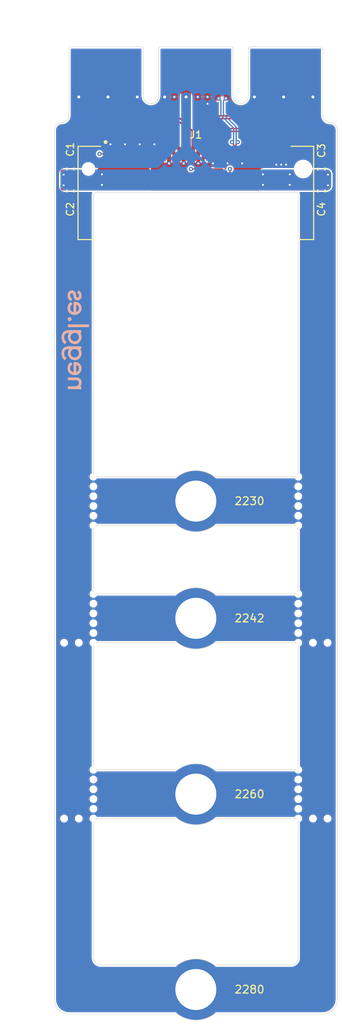
<source format=kicad_pcb>
(kicad_pcb (version 20171130) (host pcbnew "(5.1.10)-1")
  (title_block (rev 1))
  (layers (0 Front signal) (1 In1.Cu signal) (2 In2.Cu signal) (31 Back signal) (34 B.Paste user) (35 F.Paste user) (36 B.SilkS user) (37 F.SilkS user) (38 B.Mask user) (39 F.Mask user) (44 Edge.Cuts user))
  (net 0 "")
  (net 1 GND)
  (net 2 +3V3)
  (net 3 /PET0_P)
  (net 4 /PER1_N)
  (net 5 /PER1_P)
  (net 6 /PET1_N)
  (net 7 /PET1_P)
  (net 8 /~PERST)
  (net 9 /~CLK_REQ)
  (net 10 /~INS)
  (net 11 /REFCLK-)
  (net 12 /REFCLK+)
  (net 13 /PER0_N)
  (net 14 /PER0_P)
  (net 15 /PET0_N)
  (module 10-My-Footprints:neggle-logo-0.12 (layer Back) (at 134.8 80 90)
    (fp_text reference SYM1 hide)
    (fp_text value logo hide)
  )
  (module 10-My-Footprints:mousebite (layer Front) (at 163.5 129 270)
    (fp_text reference REF** hide)
    (fp_text value mousebite hide)
    (pad "" np_thru_hole circle (at 0 0 270) (size 0.5 0.5) (drill 0.5) (layers *.Cu *.Mask) (clearance 0.001))
  )
  (module 10-My-Footprints:mousebite (layer Front) (at 162 129 270)
    (fp_text reference REF** hide)
    (fp_text value mousebite hide)
    (pad "" np_thru_hole circle (at 0 0 270) (size 0.5 0.5) (drill 0.5) (layers *.Cu *.Mask) (clearance 0.001))
  )
  (module 10-My-Footprints:mousebite (layer Front) (at 136.5 129 270)
    (fp_text reference REF** hide)
    (fp_text value mousebite hide)
    (pad "" np_thru_hole circle (at 0 0 270) (size 0.5 0.5) (drill 0.5) (layers *.Cu *.Mask) (clearance 0.001))
  )
  (module 10-My-Footprints:mousebite (layer Front) (at 138 129 270)
    (fp_text reference REF** hide)
    (fp_text value mousebite hide)
    (pad "" np_thru_hole circle (at 0 0 270) (size 0.5 0.5) (drill 0.5) (layers *.Cu *.Mask) (clearance 0.001))
  )
  (module 10-My-Footprints:mousebite (layer Front) (at 136.5 111 270)
    (fp_text reference REF** hide)
    (fp_text value mousebite hide)
    (pad "" np_thru_hole circle (at 0 0 270) (size 0.5 0.5) (drill 0.5) (layers *.Cu *.Mask) (clearance 0.001))
  )
  (module 10-My-Footprints:mousebite (layer Front) (at 138 111 270)
    (fp_text reference REF** hide)
    (fp_text value mousebite hide)
    (pad "" np_thru_hole circle (at 0 0 270) (size 0.5 0.5) (drill 0.5) (layers *.Cu *.Mask) (clearance 0.001))
  )
  (module 10-My-Footprints:mousebite (layer Front) (at 163.5 111 90)
    (fp_text reference REF** hide)
    (fp_text value mousebite hide)
    (pad "" np_thru_hole circle (at 0 0 90) (size 0.5 0.5) (drill 0.5) (layers *.Cu *.Mask) (clearance 0.001))
  )
  (module 10-My-Footprints:mousebite (layer Front) (at 160.5 111 90)
    (fp_text reference REF** hide)
    (fp_text value mousebite hide)
    (pad "" np_thru_hole circle (at 0 0 90) (size 0.5 0.5) (drill 0.5) (layers *.Cu *.Mask) (clearance 0.001))
  )
  (module 10-My-Footprints:mousebite (layer Front) (at 162 111 90)
    (fp_text reference REF** hide)
    (fp_text value mousebite hide)
    (pad "" np_thru_hole circle (at 0 0 90) (size 0.5 0.5) (drill 0.5) (layers *.Cu *.Mask) (clearance 0.001))
  )
  (module 10-My-Footprints:mousebite (layer Front) (at 139.5 107)
    (fp_text reference REF** hide)
    (fp_text value mousebite hide)
    (pad "" np_thru_hole circle (at 0 0) (size 0.5 0.5) (drill 0.5) (layers *.Cu *.Mask) (clearance 0.001))
  )
  (module 10-My-Footprints:mousebite (layer Front) (at 160.5 109)
    (fp_text reference REF** hide)
    (fp_text value mousebite hide)
    (pad "" np_thru_hole circle (at 0 0) (size 0.5 0.5) (drill 0.5) (layers *.Cu *.Mask) (clearance 0.001))
  )
  (module 10-My-Footprints:mousebite (layer Front) (at 139.5 111)
    (fp_text reference REF** hide)
    (fp_text value mousebite hide)
    (pad "" np_thru_hole circle (at 0 0) (size 0.5 0.5) (drill 0.5) (layers *.Cu *.Mask) (clearance 0.001))
  )
  (module 10-My-Footprints:mousebite (layer Front) (at 139.5 110)
    (fp_text reference REF** hide)
    (fp_text value mousebite hide)
    (pad "" np_thru_hole circle (at 0 0) (size 0.5 0.5) (drill 0.5) (layers *.Cu *.Mask) (clearance 0.001))
  )
  (module 10-My-Footprints:mousebite (layer Front) (at 139.5 108)
    (fp_text reference REF** hide)
    (fp_text value mousebite hide)
    (pad "" np_thru_hole circle (at 0 0) (size 0.5 0.5) (drill 0.5) (layers *.Cu *.Mask) (clearance 0.001))
  )
  (module 10-My-Footprints:mousebite (layer Front) (at 139.5 109)
    (fp_text reference REF** hide)
    (fp_text value mousebite hide)
    (pad "" np_thru_hole circle (at 0 0) (size 0.5 0.5) (drill 0.5) (layers *.Cu *.Mask) (clearance 0.001))
  )
  (module 10-My-Footprints:mousebite (layer Front) (at 160.5 107)
    (fp_text reference REF** hide)
    (fp_text value mousebite hide)
    (pad "" np_thru_hole circle (at 0 0) (size 0.5 0.5) (drill 0.5) (layers *.Cu *.Mask) (clearance 0.001))
  )
  (module 10-My-Footprints:mousebite (layer Front) (at 160.5 110)
    (fp_text reference REF** hide)
    (fp_text value mousebite hide)
    (pad "" np_thru_hole circle (at 0 0) (size 0.5 0.5) (drill 0.5) (layers *.Cu *.Mask) (clearance 0.001))
  )
  (module 10-My-Footprints:mousebite (layer Front) (at 139.5 106)
    (fp_text reference REF** hide)
    (fp_text value mousebite hide)
    (pad "" np_thru_hole circle (at 0 0) (size 0.5 0.5) (drill 0.5) (layers *.Cu *.Mask) (clearance 0.001))
  )
  (module 10-My-Footprints:mousebite (layer Front) (at 160.5 108)
    (fp_text reference REF** hide)
    (fp_text value mousebite hide)
    (pad "" np_thru_hole circle (at 0 0) (size 0.5 0.5) (drill 0.5) (layers *.Cu *.Mask) (clearance 0.001))
  )
  (module 10-My-Footprints:mousebite (layer Front) (at 160.5 106)
    (fp_text reference REF** hide)
    (fp_text value mousebite hide)
    (pad "" np_thru_hole circle (at 0 0) (size 0.5 0.5) (drill 0.5) (layers *.Cu *.Mask) (clearance 0.001))
  )
  (module 11-My-Edits:MountingHole_NGFF_4.2mm_Pad_TopBottom (layer Back) (at 150 146.5)
    (fp_text reference MP1 hide)
    (fp_text value 2280 (at 5.5 0 unlocked) (layer F.SilkS) (effects (font (size 0.8 0.8) (thickness 0.127))))
    (pad 1 thru_hole circle (at 0 0) (size 6.2 6.2) (drill 4.2) (layers *.Cu *.Mask) (net 1 GND))
  )
  (module 10-My-Footprints:mousebite (layer Front) (at 139.5 125)
    (fp_text reference REF** hide)
    (fp_text value mousebite hide)
    (pad "" np_thru_hole circle (at 0 0) (size 0.5 0.5) (drill 0.5) (layers *.Cu *.Mask) (clearance 0.001))
  )
  (module 10-My-Footprints:mousebite (layer Front) (at 160.5 127)
    (fp_text reference REF** hide)
    (fp_text value mousebite hide)
    (pad "" np_thru_hole circle (at 0 0) (size 0.5 0.5) (drill 0.5) (layers *.Cu *.Mask) (clearance 0.001))
  )
  (module 10-My-Footprints:mousebite (layer Front) (at 139.5 129)
    (fp_text reference REF** hide)
    (fp_text value mousebite hide)
    (pad "" np_thru_hole circle (at 0 0) (size 0.5 0.5) (drill 0.5) (layers *.Cu *.Mask) (clearance 0.001))
  )
  (module 10-My-Footprints:mousebite (layer Front) (at 139.5 128)
    (fp_text reference REF** hide)
    (fp_text value mousebite hide)
    (pad "" np_thru_hole circle (at 0 0) (size 0.5 0.5) (drill 0.5) (layers *.Cu *.Mask) (clearance 0.001))
  )
  (module 11-My-Edits:MountingHole_NGFF_4.2mm_Pad_TopBottom (layer Back) (at 150 126.5)
    (fp_text reference MP1 hide)
    (fp_text value 2260 (at 5.5 0 unlocked) (layer F.SilkS) (effects (font (size 0.8 0.8) (thickness 0.127))))
    (pad 1 thru_hole circle (at 0 0) (size 6.2 6.2) (drill 4.2) (layers *.Cu *.Mask) (net 1 GND))
  )
  (module 10-My-Footprints:mousebite (layer Front) (at 139.5 126)
    (fp_text reference REF** hide)
    (fp_text value mousebite hide)
    (pad "" np_thru_hole circle (at 0 0) (size 0.5 0.5) (drill 0.5) (layers *.Cu *.Mask) (clearance 0.001))
  )
  (module 10-My-Footprints:mousebite (layer Front) (at 139.5 127)
    (fp_text reference REF** hide)
    (fp_text value mousebite hide)
    (pad "" np_thru_hole circle (at 0 0) (size 0.5 0.5) (drill 0.5) (layers *.Cu *.Mask) (clearance 0.001))
  )
  (module 10-My-Footprints:mousebite (layer Front) (at 160.5 125)
    (fp_text reference REF** hide)
    (fp_text value mousebite hide)
    (pad "" np_thru_hole circle (at 0 0) (size 0.5 0.5) (drill 0.5) (layers *.Cu *.Mask) (clearance 0.001))
  )
  (module 10-My-Footprints:mousebite (layer Front) (at 160.5 128)
    (fp_text reference REF** hide)
    (fp_text value mousebite hide)
    (pad "" np_thru_hole circle (at 0 0) (size 0.5 0.5) (drill 0.5) (layers *.Cu *.Mask) (clearance 0.001))
  )
  (module 10-My-Footprints:mousebite (layer Front) (at 160.5 129)
    (fp_text reference REF** hide)
    (fp_text value mousebite hide)
    (pad "" np_thru_hole circle (at 0 0) (size 0.5 0.5) (drill 0.5) (layers *.Cu *.Mask) (clearance 0.001))
  )
  (module 10-My-Footprints:mousebite (layer Front) (at 139.5 124)
    (fp_text reference REF** hide)
    (fp_text value mousebite hide)
    (pad "" np_thru_hole circle (at 0 0) (size 0.5 0.5) (drill 0.5) (layers *.Cu *.Mask) (clearance 0.001))
  )
  (module 10-My-Footprints:mousebite (layer Front) (at 160.5 126)
    (fp_text reference REF** hide)
    (fp_text value mousebite hide)
    (pad "" np_thru_hole circle (at 0 0) (size 0.5 0.5) (drill 0.5) (layers *.Cu *.Mask) (clearance 0.001))
  )
  (module 10-My-Footprints:mousebite (layer Front) (at 160.5 124)
    (fp_text reference REF** hide)
    (fp_text value mousebite hide)
    (pad "" np_thru_hole circle (at 0 0) (size 0.5 0.5) (drill 0.5) (layers *.Cu *.Mask) (clearance 0.001))
  )
  (module 11-My-Edits:SolderJumper-2_P0.6mm_Open_RoundedPad1.0x1.5mm (layer Front) (at 151.2 55.5 90)
    (fp_text reference JP1 hide)
    (fp_text value F_INS)
    (pad 1 smd custom (at -0.35 0 270) (size 0.4 0.3) (layers Front F.Mask) (net 1 GND) (options (clearance outline) (anchor rect)) (primitives (gr_circle (center 0 0.15) (end 0.2 0.15) (width 0)) (gr_circle (center 0 -0.15) (end 0.2 -0.15) (width 0)) (gr_poly (pts (xy 0 -0.35) (xy -0.25 -0.35) (xy -0.25 0.35) (xy 0 0.35)) (width 0))))
    (pad 2 smd custom (at 0.25 0 90) (size 0.4 0.3) (layers Front F.Mask) (net 10 /~INS) (options (clearance outline) (anchor rect)) (primitives (gr_circle (center 0 0.15) (end 0.2 0.15) (width 0)) (gr_circle (center 0 -0.15) (end 0.2 -0.15) (width 0)) (gr_poly (pts (xy 0 -0.35) (xy -0.25 -0.35) (xy -0.25 0.35) (xy 0 0.35)) (width 0))))
  )
  (module 10-My-Footprints:mousebite (layer Front) (at 139.5 97)
    (fp_text reference REF** hide)
    (fp_text value mousebite hide)
    (pad "" np_thru_hole circle (at 0 0) (size 0.5 0.5) (drill 0.5) (layers *.Cu *.Mask) (clearance 0.001))
  )
  (module 10-My-Footprints:mousebite (layer Front) (at 139.5 99)
    (fp_text reference REF** hide)
    (fp_text value mousebite hide)
    (pad "" np_thru_hole circle (at 0 0) (size 0.5 0.5) (drill 0.5) (layers *.Cu *.Mask) (clearance 0.001))
  )
  (module 10-My-Footprints:mousebite (layer Front) (at 139.5 96)
    (fp_text reference REF** hide)
    (fp_text value mousebite hide)
    (pad "" np_thru_hole circle (at 0 0) (size 0.5 0.5) (drill 0.5) (layers *.Cu *.Mask) (clearance 0.001))
  )
  (module 10-My-Footprints:mousebite (layer Front) (at 139.5 98)
    (fp_text reference REF** hide)
    (fp_text value mousebite hide)
    (pad "" np_thru_hole circle (at 0 0) (size 0.5 0.5) (drill 0.5) (layers *.Cu *.Mask) (clearance 0.001))
  )
  (module 10-My-Footprints:mousebite (layer Front) (at 139.5 95)
    (fp_text reference REF** hide)
    (fp_text value mousebite hide)
    (pad "" np_thru_hole circle (at 0 0) (size 0.5 0.5) (drill 0.5) (layers *.Cu *.Mask) (clearance 0.001))
  )
  (module 10-My-Footprints:mousebite (layer Front) (at 139.5 94)
    (fp_text reference REF** hide)
    (fp_text value mousebite hide)
    (pad "" np_thru_hole circle (at 0 0) (size 0.5 0.5) (drill 0.5) (layers *.Cu *.Mask) (clearance 0.001))
  )
  (module 10-My-Footprints:mousebite (layer Front) (at 160.5 96)
    (fp_text reference REF** hide)
    (fp_text value mousebite hide)
    (pad "" np_thru_hole circle (at 0 0) (size 0.5 0.5) (drill 0.5) (layers *.Cu *.Mask) (clearance 0.001))
  )
  (module 10-My-Footprints:mousebite (layer Front) (at 160.5 99)
    (fp_text reference REF** hide)
    (fp_text value mousebite hide)
    (pad "" np_thru_hole circle (at 0 0) (size 0.5 0.5) (drill 0.5) (layers *.Cu *.Mask) (clearance 0.001))
  )
  (module 10-My-Footprints:mousebite (layer Front) (at 160.5 98)
    (fp_text reference REF** hide)
    (fp_text value mousebite hide)
    (pad "" np_thru_hole circle (at 0 0) (size 0.5 0.5) (drill 0.5) (layers *.Cu *.Mask) (clearance 0.001))
  )
  (module 10-My-Footprints:mousebite (layer Front) (at 160.5 97)
    (fp_text reference REF** hide)
    (fp_text value mousebite hide)
    (pad "" np_thru_hole circle (at 0 0) (size 0.5 0.5) (drill 0.5) (layers *.Cu *.Mask) (clearance 0.001))
  )
  (module 10-My-Footprints:mousebite (layer Front) (at 160.5 95)
    (fp_text reference REF** hide)
    (fp_text value mousebite hide)
    (pad "" np_thru_hole circle (at 0 0) (size 0.5 0.5) (drill 0.5) (layers *.Cu *.Mask) (clearance 0.001))
  )
  (module 10-My-Footprints:mousebite (layer Front) (at 160.5 94)
    (fp_text reference REF** hide)
    (fp_text value mousebite hide)
    (pad "" np_thru_hole circle (at 0 0) (size 0.5 0.5) (drill 0.5) (layers *.Cu *.Mask) (clearance 0.001))
  )
  (module 11-My-Edits:MountingHole_NGFF_4.2mm_Pad_TopBottom (layer Back) (at 150 108.5)
    (fp_text reference MP2 hide)
    (fp_text value 2242 (at 5.5 0 unlocked) (layer F.SilkS) (effects (font (size 0.8 0.8) (thickness 0.127))))
    (pad 1 thru_hole circle (at 0 0) (size 6.2 6.2) (drill 4.2) (layers *.Cu *.Mask) (net 1 GND))
  )
  (module 11-My-Edits:MountingHole_NGFF_4.2mm_Pad_TopBottom (layer Back) (at 150 96.5)
    (fp_text reference MP1 hide)
    (fp_text value 2230 (at 5.5 0 unlocked) (layer F.SilkS) (effects (font (size 0.8 0.8) (thickness 0.127))))
    (pad 1 thru_hole circle (at 0 0) (size 6.2 6.2) (drill 4.2) (layers *.Cu *.Mask) (net 1 GND))
  )
  (module 11-My-Edits:CFExpress_Media (layer Front) (at 137 57)
    (fp_text reference PC1 hide)
    (fp_text value CFexpress)
    (fp_line (start 26 -6.875) (end 26 0) (layer Edge.Cuts) (width 0.05))
    (fp_line (start 18.525 -7) (end 25.875 -7) (layer Edge.Cuts) (width 0.05))
    (fp_line (start 18.4 -2) (end 18.4 -6.875) (layer Edge.Cuts) (width 0.05))
    (fp_line (start 16.8 -6.875) (end 16.8 -2) (layer Edge.Cuts) (width 0.05))
    (fp_line (start 9.325 -7) (end 16.675 -7) (layer Edge.Cuts) (width 0.05))
    (fp_line (start 9.2 -2) (end 9.2 -6.875) (layer Edge.Cuts) (width 0.05))
    (fp_line (start 7.6 -6.875) (end 7.6 -2) (layer Edge.Cuts) (width 0.05))
    (fp_line (start 0.125 -7) (end 7.475 -7) (layer Edge.Cuts) (width 0.05))
    (fp_line (start 0 0) (end 0 -6.875) (layer Edge.Cuts) (width 0.05))
    (fp_arc (start 8.4 -2) (end 7.6 -2) (angle -180) (layer Edge.Cuts) (width 0.05))
    (fp_arc (start 17.6 -2) (end 16.8 -2) (angle -180) (layer Edge.Cuts) (width 0.05))
    (fp_arc (start 0.125 -6.875) (end 0.125 -7) (angle -90) (layer Edge.Cuts) (width 0.05))
    (fp_arc (start 7.475 -6.875) (end 7.6 -6.875) (angle -90) (layer Edge.Cuts) (width 0.05))
    (fp_arc (start 16.675 -6.875) (end 16.8 -6.875) (angle -90) (layer Edge.Cuts) (width 0.05))
    (fp_arc (start 25.875 -6.875) (end 26 -6.875) (angle -90) (layer Edge.Cuts) (width 0.05))
    (fp_arc (start 9.325 -6.875) (end 9.325 -7) (angle -90) (layer Edge.Cuts) (width 0.05))
    (fp_arc (start 18.525 -6.875) (end 18.525 -7) (angle -90) (layer Edge.Cuts) (width 0.05))
    (pad 20 connect rect (at 24 -4) (size 0.7 5) (layers Front F.Mask) (net 3 /PET0_P))
    (pad 1 connect rect (at 1 -4) (size 0.7 5.5) (layers Front F.Mask) (net 1 GND))
    (pad 2 connect rect (at 2 -4) (size 0.7 5) (layers Front F.Mask) (net 4 /PER1_N))
    (pad 3 connect rect (at 3 -4) (size 0.7 5) (layers Front F.Mask) (net 5 /PER1_P))
    (pad 4 connect rect (at 4 -4) (size 0.7 5) (layers Front F.Mask) (net 1 GND))
    (pad 5 connect rect (at 5 -4) (size 0.7 5) (layers Front F.Mask) (net 6 /PET1_N))
    (pad 6 connect rect (at 6 -4) (size 0.7 5) (layers Front F.Mask) (net 7 /PET1_P))
    (pad 7 connect rect (at 7 -4) (size 0.7 5.5) (layers Front F.Mask) (net 1 GND))
    (pad 8 connect rect (at 9.8 -4) (size 0.7 5) (layers Front F.Mask) (net 1 GND))
    (pad 9 connect rect (at 10.8 -4) (size 0.7 5) (layers Front F.Mask) (net 8 /~PERST))
    (pad 10 connect rect (at 12 -4) (size 1 5.5) (layers Front F.Mask) (net 2 +3V3))
    (pad 11 connect rect (at 13.2 -4) (size 0.7 5) (layers Front F.Mask) (net 9 /~CLK_REQ))
    (pad 12 connect rect (at 14.2 -4) (size 0.7 5) (layers Front F.Mask) (net 10 /~INS))
    (pad 13 connect rect (at 15.2 -4) (size 0.7 5) (layers Front F.Mask) (net 11 /REFCLK-))
    (pad 14 connect rect (at 16.2 -4) (size 0.7 5) (layers Front F.Mask) (net 12 /REFCLK+))
    (pad 15 connect rect (at 19 -4) (size 0.7 5.5) (layers Front F.Mask) (net 1 GND))
    (pad 16 connect rect (at 20 -4) (size 0.7 5) (layers Front F.Mask) (net 13 /PER0_N))
    (pad 17 connect rect (at 21 -4) (size 0.7 5) (layers Front F.Mask) (net 14 /PER0_P))
    (pad 18 connect rect (at 22 -4) (size 0.7 5.5) (layers Front F.Mask) (net 1 GND))
    (pad 19 connect rect (at 23 -4) (size 0.7 5) (layers Front F.Mask) (net 15 /PET0_N))
    (pad 21 connect rect (at 25 -4) (size 0.7 5.5) (layers Front F.Mask) (net 1 GND))
  )
  (module 10-My-Footprints:AMP_MDT180xxx001_NGFF-KeyM (layer Front) (at 150 62.5)
    (fp_text reference J1 (at 0 -3.5) (layer F.SilkS) (effects (font (size 0.75 0.75) (thickness 0.127))))
    (fp_text value "M.2 NGFF")
    (fp_arc (start 10.25 2.64) (end 10.5 2.64) (angle -90) (layer Edge.Cuts) (width 0.05))
    (fp_arc (start -10.25 2.64) (end -10.25 2.39) (angle -90) (layer Edge.Cuts) (width 0.05))
    (fp_line (start -10.25 2.39) (end 10.25 2.39) (layer Edge.Cuts) (width 0.05))
    (fp_line (start -10.5 2.64) (end -10.5 7.2) (layer Edge.Cuts) (width 0.05))
    (fp_line (start 10.5 7.2) (end 10.5 2.64) (layer Edge.Cuts) (width 0.05))
    (pad 74 smd rect (at 9 1.09) (size 0.3 1.5) (layers Front F.Paste F.Mask) (net 2 +3V3))
    (pad 72 smd rect (at 8.5 1.09) (size 0.3 1.5) (layers Front F.Paste F.Mask) (net 2 +3V3))
    (pad 70 smd rect (at 8 1.09) (size 0.3 1.5) (layers Front F.Paste F.Mask) (net 2 +3V3))
    (pad 68 smd rect (at 7.5 1.09) (size 0.3 1.5) (layers Front F.Paste F.Mask))
    (pad 58 smd rect (at 5 1.09) (size 0.3 1.5) (layers Front F.Paste F.Mask))
    (pad 56 smd rect (at 4.5 1.09) (size 0.3 1.5) (layers Front F.Paste F.Mask))
    (pad 54 smd rect (at 4 1.09) (size 0.3 1.5) (layers Front F.Paste F.Mask))
    (pad 52 smd rect (at 3.5 1.09) (size 0.3 1.5) (layers Front F.Paste F.Mask) (net 9 /~CLK_REQ))
    (pad 50 smd rect (at 3 1.09) (size 0.3 1.5) (layers Front F.Paste F.Mask) (net 8 /~PERST))
    (pad 48 smd rect (at 2.5 1.09) (size 0.3 1.5) (layers Front F.Paste F.Mask))
    (pad 46 smd rect (at 2 1.09) (size 0.3 1.5) (layers Front F.Paste F.Mask))
    (pad 44 smd rect (at 1.5 1.09) (size 0.3 1.5) (layers Front F.Paste F.Mask))
    (pad 42 smd rect (at 1 1.09) (size 0.3 1.5) (layers Front F.Paste F.Mask))
    (pad 40 smd rect (at 0.5 1.09) (size 0.3 1.5) (layers Front F.Paste F.Mask))
    (pad 38 smd rect (at 0 1.09) (size 0.3 1.5) (layers Front F.Paste F.Mask))
    (pad 36 smd rect (at -0.5 1.09) (size 0.3 1.5) (layers Front F.Paste F.Mask))
    (pad 34 smd rect (at -1 1.09) (size 0.3 1.5) (layers Front F.Paste F.Mask))
    (pad 32 smd rect (at -1.5 1.09) (size 0.3 1.5) (layers Front F.Paste F.Mask))
    (pad 30 smd rect (at -2 1.09) (size 0.3 1.5) (layers Front F.Paste F.Mask))
    (pad 28 smd rect (at -2.5 1.09) (size 0.3 1.5) (layers Front F.Paste F.Mask))
    (pad 26 smd rect (at -3 1.09) (size 0.3 1.5) (layers Front F.Paste F.Mask))
    (pad 24 smd rect (at -3.5 1.09) (size 0.3 1.5) (layers Front F.Paste F.Mask))
    (pad 22 smd rect (at -4 1.09) (size 0.3 1.5) (layers Front F.Paste F.Mask))
    (pad 20 smd rect (at -4.5 1.09) (size 0.3 1.5) (layers Front F.Paste F.Mask))
    (pad 18 smd rect (at -5 1.09) (size 0.3 1.5) (layers Front F.Paste F.Mask) (net 2 +3V3))
    (pad 16 smd rect (at -5.5 1.09) (size 0.3 1.5) (layers Front F.Paste F.Mask) (net 2 +3V3))
    (pad 14 smd rect (at -6 1.09) (size 0.3 1.5) (layers Front F.Paste F.Mask) (net 2 +3V3))
    (pad 12 smd rect (at -6.5 1.09) (size 0.3 1.5) (layers Front F.Paste F.Mask) (net 2 +3V3))
    (pad 10 smd rect (at -7 1.09) (size 0.3 1.5) (layers Front F.Paste F.Mask))
    (pad 8 smd rect (at -7.5 1.09) (size 0.3 1.5) (layers Front F.Paste F.Mask))
    (pad 6 smd rect (at -8 1.09) (size 0.3 1.5) (layers Front F.Paste F.Mask))
    (pad 4 smd rect (at -8.5 1.09) (size 0.3 1.5) (layers Front F.Paste F.Mask) (net 2 +3V3))
    (pad 2 smd rect (at -9 1.09) (size 0.3 1.5) (layers Front F.Paste F.Mask) (net 2 +3V3))
    (pad 75 smd rect (at 9.25 -1.55) (size 0.3 1.5) (layers Front F.Paste F.Mask) (net 1 GND))
    (pad 73 smd rect (at 8.75 -1.55) (size 0.3 1.5) (layers Front F.Paste F.Mask) (net 1 GND))
    (pad 71 smd rect (at 8.25 -1.55) (size 0.3 1.5) (layers Front F.Paste F.Mask) (net 1 GND))
    (pad 69 smd rect (at 7.75 -1.55) (size 0.3 1.5) (layers Front F.Paste F.Mask))
    (pad 67 smd rect (at 7.25 -1.55) (size 0.3 1.5) (layers Front F.Paste F.Mask))
    (pad 57 smd rect (at 4.75 -1.55) (size 0.3 1.5) (layers Front F.Paste F.Mask) (net 1 GND))
    (pad 55 smd rect (at 4.25 -1.55) (size 0.3 1.5) (layers Front F.Paste F.Mask) (net 12 /REFCLK+))
    (pad 53 smd rect (at 3.75 -1.55) (size 0.3 1.5) (layers Front F.Paste F.Mask) (net 11 /REFCLK-))
    (pad 51 smd rect (at 3.25 -1.55) (size 0.3 1.5) (layers Front F.Paste F.Mask) (net 1 GND))
    (pad 49 smd rect (at 2.75 -1.55) (size 0.3 1.5) (layers Front F.Paste F.Mask) (net 3 /PET0_P))
    (pad 47 smd rect (at 2.25 -1.55) (size 0.3 1.5) (layers Front F.Paste F.Mask) (net 15 /PET0_N))
    (pad 45 smd rect (at 1.75 -1.55) (size 0.3 1.5) (layers Front F.Paste F.Mask) (net 1 GND))
    (pad 43 smd rect (at 1.25 -1.55) (size 0.3 1.5) (layers Front F.Paste F.Mask) (net 14 /PER0_P))
    (pad 41 smd rect (at 0.75 -1.55) (size 0.3 1.5) (layers Front F.Paste F.Mask) (net 13 /PER0_N))
    (pad 39 smd rect (at 0.25 -1.55) (size 0.3 1.5) (layers Front F.Paste F.Mask) (net 1 GND))
    (pad 37 smd rect (at -0.25 -1.55) (size 0.3 1.5) (layers Front F.Paste F.Mask) (net 7 /PET1_P))
    (pad 35 smd rect (at -0.75 -1.55) (size 0.3 1.5) (layers Front F.Paste F.Mask) (net 6 /PET1_N))
    (pad 33 smd rect (at -1.25 -1.55) (size 0.3 1.5) (layers Front F.Paste F.Mask) (net 1 GND))
    (pad 31 smd rect (at -1.75 -1.55) (size 0.3 1.5) (layers Front F.Paste F.Mask) (net 5 /PER1_P))
    (pad 29 smd rect (at -2.25 -1.55) (size 0.3 1.5) (layers Front F.Paste F.Mask) (net 4 /PER1_N))
    (pad 27 smd rect (at -2.75 -1.55) (size 0.3 1.5) (layers Front F.Paste F.Mask) (net 1 GND))
    (pad 25 smd rect (at -3.25 -1.55) (size 0.3 1.5) (layers Front F.Paste F.Mask))
    (pad 23 smd rect (at -3.75 -1.55) (size 0.3 1.5) (layers Front F.Paste F.Mask))
    (pad 21 smd rect (at -4.25 -1.55) (size 0.3 1.5) (layers Front F.Paste F.Mask) (net 1 GND))
    (pad 19 smd rect (at -4.75 -1.55) (size 0.3 1.5) (layers Front F.Paste F.Mask))
    (pad 17 smd rect (at -5.25 -1.55) (size 0.3 1.5) (layers Front F.Paste F.Mask))
    (pad 15 smd rect (at -5.75 -1.55) (size 0.3 1.5) (layers Front F.Paste F.Mask) (net 1 GND))
    (pad 13 smd rect (at -6.25 -1.55) (size 0.3 1.5) (layers Front F.Paste F.Mask))
    (pad 11 smd rect (at -6.75 -1.55) (size 0.3 1.5) (layers Front F.Paste F.Mask))
    (pad 9 smd rect (at -7.25 -1.55) (size 0.3 1.5) (layers Front F.Paste F.Mask) (net 1 GND))
    (pad 7 smd rect (at -7.75 -1.55) (size 0.3 1.5) (layers Front F.Paste F.Mask))
    (pad 5 smd rect (at -8.25 -1.55) (size 0.3 1.5) (layers Front F.Paste F.Mask))
    (pad 3 smd rect (at -8.75 -1.55) (size 0.3 1.5) (layers Front F.Paste F.Mask) (net 1 GND))
    (pad MP smd rect (at 11.385 4.97) (size 1.2 2.75) (layers Front F.Paste F.Mask) (net 1 GND))
    (pad MP smd rect (at -11.385 4.97) (size 1.2 2.75) (layers Front F.Paste F.Mask) (net 1 GND))
    (pad 1 smd rect (at -9.25 -1.55) (size 0.3 1.5) (layers Front F.Paste F.Mask) (net 10 /~INS))
    (pad "" np_thru_hole circle (at 11 0) (size 1.6 1.6) (drill 1.6) (layers *.Cu *.Mask))
    (pad "" np_thru_hole circle (at -11 0) (size 1.1 1.1) (drill 1.1) (layers *.Cu *.Mask))
  )
  (module Capacitor_SMD:C_0402_1005Metric_Pad0.74x0.62mm_HandSolder (layer Front) (at 162.875 64.75 270)
    (fp_text reference C4 (at 1.875 0 90) (layer F.SilkS) (effects (font (size 0.75 0.75) (thickness 0.127))))
    (fp_text value 10u)
    (pad 2 smd roundrect (at 0.5675 0 270) (size 0.735 0.62) (layers Front F.Paste F.Mask) (net 1 GND))
    (pad 1 smd roundrect (at -0.5675 0 270) (size 0.735 0.62) (layers Front F.Paste F.Mask) (net 2 +3V3))
  )
  (module Capacitor_SMD:C_0402_1005Metric_Pad0.74x0.62mm_HandSolder (layer Front) (at 137.125 64.75 270)
    (fp_text reference C2 (at 1.875 0 90) (layer F.SilkS) (effects (font (size 0.75 0.75) (thickness 0.127))))
    (fp_text value 10u)
    (pad 2 smd roundrect (at 0.5675 0 270) (size 0.735 0.62) (layers Front F.Paste F.Mask) (net 1 GND))
    (pad 1 smd roundrect (at -0.5675 0 270) (size 0.735 0.62) (layers Front F.Paste F.Mask) (net 2 +3V3))
  )
  (module Capacitor_SMD:C_0402_1005Metric_Pad0.74x0.62mm_HandSolder (layer Front) (at 162.875 62.5 90)
    (fp_text reference C3 (at 1.875 0 90) (layer F.SilkS) (effects (font (size 0.75 0.75) (thickness 0.127))))
    (fp_text value 0.1u)
    (pad 2 smd roundrect (at 0.5675 0 90) (size 0.735 0.62) (layers Front F.Paste F.Mask) (net 1 GND))
    (pad 1 smd roundrect (at -0.5675 0 90) (size 0.735 0.62) (layers Front F.Paste F.Mask) (net 2 +3V3))
  )
  (module Capacitor_SMD:C_0402_1005Metric_Pad0.74x0.62mm_HandSolder (layer Front) (at 137.125 62.5 90)
    (fp_text reference C1 (at 2 0 90) (layer F.SilkS) (effects (font (size 0.75 0.75) (thickness 0.127))))
    (fp_text value 0.1u)
    (pad 2 smd roundrect (at 0.5675 0 90) (size 0.735 0.62) (layers Front F.Paste F.Mask) (net 1 GND))
    (pad 1 smd roundrect (at -0.5675 0 90) (size 0.735 0.62) (layers Front F.Paste F.Mask) (net 2 +3V3))
  )
  (gr_arc (start 150 146.5) (end 148.1 144) (angle 74.4696424) (layer Edge.Cuts) (width 0.05))
  (gr_arc (start 150 108.5) (end 148.1 106) (angle 74.4696424) (layer Edge.Cuts) (width 0.05))
  (gr_arc (start 150 108.5) (end 151.9 111) (angle 74.46966796) (layer Edge.Cuts) (width 0.05))
  (gr_arc (start 150 96.5) (end 148.1 94) (angle 74.4696424) (layer Edge.Cuts) (width 0.05))
  (gr_line (start 139.5 143.25) (end 139.5 129.5) (angle 90) (layer Edge.Cuts) (width 0.05))
  (gr_line (start 160.5 143.25) (end 160.5 129.5) (angle 90) (layer Edge.Cuts) (width 0.05))
  (gr_line (start 160.5 123.5) (end 160.5 111.5) (angle 90) (layer Edge.Cuts) (width 0.05))
  (gr_line (start 139.5 123.5) (end 139.5 111.5) (angle 90) (layer Edge.Cuts) (width 0.05))
  (gr_arc (start 160 111.5) (end 160 111) (angle 90) (layer Edge.Cuts) (width 0.05))
  (gr_line (start 151.9 149) (end 163 149) (angle 90) (layer Edge.Cuts) (width 0.05))
  (gr_line (start 140 111) (end 148.1 111) (angle 90) (layer Edge.Cuts) (width 0.05))
  (gr_line (start 151.9 111) (end 160 111) (angle 90) (layer Edge.Cuts) (width 0.05))
  (gr_arc (start 140 105.5) (end 140 106) (angle 90) (layer Edge.Cuts) (width 0.05))
  (gr_arc (start 140 111.5) (end 140 111) (angle -90) (layer Edge.Cuts) (width 0.05))
  (gr_arc (start 160 105.5) (end 160.5 105.5) (angle 90) (layer Edge.Cuts) (width 0.05))
  (gr_line (start 140 106) (end 148.1 106) (angle 90) (layer Edge.Cuts) (width 0.05))
  (gr_line (start 151.899999 105.999999) (end 160 106) (angle 90) (layer Edge.Cuts) (width 0.05))
  (gr_line (start 151.9 144) (end 159.75 144) (angle 90) (layer Edge.Cuts) (width 0.05))
  (gr_arc (start 150 146.5) (end 151.9 149) (angle 74.46966796) (layer Edge.Cuts) (width 0.05))
  (gr_line (start 140.25 144) (end 148.1 144) (angle 90) (layer Edge.Cuts) (width 0.05))
  (gr_arc (start 160 129.5) (end 160 129) (angle 90) (layer Edge.Cuts) (width 0.05))
  (gr_line (start 140 129) (end 148.1 129) (angle 90) (layer Edge.Cuts) (width 0.05))
  (gr_line (start 151.9 129) (end 160 129) (angle 90) (layer Edge.Cuts) (width 0.05))
  (gr_arc (start 150 126.5) (end 151.9 129) (angle 74.46966796) (layer Edge.Cuts) (width 0.05))
  (gr_arc (start 140 123.5) (end 140 124) (angle 90) (layer Edge.Cuts) (width 0.05))
  (gr_arc (start 140 129.5) (end 140 129) (angle -90) (layer Edge.Cuts) (width 0.05))
  (gr_arc (start 150 126.5) (end 148.15 124) (angle 73.00286611) (layer Edge.Cuts) (width 0.05))
  (gr_arc (start 160 123.5) (end 160.5 123.5) (angle 90) (layer Edge.Cuts) (width 0.05))
  (gr_line (start 140 124) (end 148.15 124) (angle 90) (layer Edge.Cuts) (width 0.05))
  (gr_line (start 151.849999 123.999999) (end 160 124) (angle 90) (layer Edge.Cuts) (width 0.05))
  (gr_line (start 137 149) (end 148.1 149) (angle 90) (layer Edge.Cuts) (width 0.05))
  (gr_arc (start 140.25 143.25) (end 139.5 143.25) (angle -90) (layer Edge.Cuts) (width 0.05))
  (gr_line (start 140 99) (end 148.1 99) (angle 90) (layer Edge.Cuts) (width 0.05))
  (gr_arc (start 150 96.5) (end 151.9 99) (angle 74.46966796) (layer Edge.Cuts) (width 0.05))
  (gr_line (start 151.899999 93.999999) (end 160 94) (angle 90) (layer Edge.Cuts) (width 0.05))
  (gr_arc (start 140 99.5) (end 140 99) (angle -90) (layer Edge.Cuts) (width 0.05))
  (gr_arc (start 140 93.5) (end 140 94) (angle 90) (layer Edge.Cuts) (width 0.05))
  (gr_arc (start 160 93.5) (end 160.5 93.5) (angle 90) (layer Edge.Cuts) (width 0.05))
  (gr_line (start 140 94) (end 148.1 94) (angle 90) (layer Edge.Cuts) (width 0.05))
  (gr_line (start 151.9 99) (end 160 99) (angle 90) (layer Edge.Cuts) (width 0.05))
  (gr_line (start 139.5 69.7) (end 139.5 93.5) (angle 90) (layer Edge.Cuts) (width 0.05))
  (gr_line (start 160.5 99.5) (end 160.5 105.5) (angle 90) (layer Edge.Cuts) (width 0.05))
  (gr_arc (start 160 99.5) (end 160 99) (angle 90) (layer Edge.Cuts) (width 0.05))
  (gr_arc (start 137 147.5) (end 135.5 147.5) (angle -90) (layer Edge.Cuts) (width 0.05))
  (gr_arc (start 136.25 57) (end 137 57) (angle 90) (layer Edge.Cuts) (width 0.05))
  (gr_arc (start 136.25 58.5) (end 135.5 58.5) (angle 90) (layer Edge.Cuts) (width 0.05))
  (gr_arc (start 163.75 57) (end 163 57) (angle -90) (layer Edge.Cuts) (width 0.05))
  (gr_arc (start 163.75 58.5) (end 164.5 58.5) (angle -90) (layer Edge.Cuts) (width 0.05))
  (gr_arc (start 159.75 143.25) (end 159.75 144) (angle -90) (layer Edge.Cuts) (width 0.05))
  (gr_line (start 139.5 99.5) (end 139.5 105.5) (angle 90) (layer Edge.Cuts) (width 0.05))
  (gr_line (start 160.5 69.7) (end 160.5 93.5) (angle 90) (layer Edge.Cuts) (width 0.05))
  (gr_arc (start 163 147.5) (end 163 149) (angle -90) (layer Edge.Cuts) (width 0.05))
  (gr_line (start 164.5 58.5) (end 164.5 147.5) (angle 90) (layer Edge.Cuts) (width 0.05))
  (gr_line (start 135.5 58.5) (end 135.5 147.5) (angle 90) (layer Edge.Cuts) (width 0.05))
  (via (at 151.2 55.825) (size 0.45) (drill 0.2) (layers Front Back) (net 1))
  (via (at 149 55.125) (size 0.6) (drill 0.3) (layers Front Back) (net 2))
  (segment (start 160 53) (end 160 55.15) (width 0.15635) (layer Front) (net 15))
  (segment (start 160.358325 55.508325) (end 160.358325 56.391315) (width 0.15635) (layer Front) (net 15))
  (segment (start 160 55.15) (end 160.358325 55.508325) (width 0.15635) (layer Front) (net 15))
  (segment (start 161 53) (end 161 55.15) (width 0.15635) (layer Front) (net 3))
  (segment (start 161 55.15) (end 160.641675 55.508325) (width 0.15635) (layer Front) (net 3))
  (segment (start 160.641675 55.508325) (end 160.641675 56.508685) (width 0.15635) (layer Front) (net 3))
  (via (at 162 55.125) (size 0.6) (drill 0.3) (layers Front Back) (net 1))
  (via (at 156 55.125) (size 0.6) (drill 0.3) (layers Front Back) (net 1))
  (via (at 141 55.125) (size 0.6) (drill 0.3) (layers Front Back) (net 1))
  (via (at 141.25 59.975) (size 0.45) (drill 0.2) (layers Front Back) (net 1))
  (via (at 148.75 61.925) (size 0.45) (drill 0.2) (layers Front Back) (net 1))
  (via (at 147.25 61.925) (size 0.45) (drill 0.2) (layers Front Back) (net 1))
  (via (at 159 55.125) (size 0.6) (drill 0.3) (layers Front Back) (net 1))
  (via (at 144.25 59.975) (size 0.45) (drill 0.2) (layers Front Back) (net 1))
  (via (at 145.75 59.975) (size 0.45) (drill 0.2) (layers Front Back) (net 1))
  (via (at 142.75 59.975) (size 0.45) (drill 0.2) (layers Front Back) (net 1))
  (via (at 147.8 55.125) (size 0.45) (drill 0.2) (layers Front Back) (net 8))
  (via (at 151.2 55.125) (size 0.45) (drill 0.2) (layers Front Back) (net 10))
  (via (at 150.2 55.125) (size 0.45) (drill 0.2) (layers Front Back) (net 9))
  (via (at 138 55.125) (size 0.6) (drill 0.3) (layers Front Back) (net 1))
  (via (at 154.75 61.924992) (size 0.45) (drill 0.2) (layers Front Back) (net 1))
  (segment (start 154.75 60.95) (end 154.75 61.924992) (width 0.13422) (layer Front) (net 1))
  (segment (start 141.25 60.95) (end 141.25 59.975) (width 0.13422) (layer Front) (net 1))
  (segment (start 142.75 60.95) (end 142.75 59.975) (width 0.13422) (layer Front) (net 1))
  (segment (start 144.25 60.95) (end 144.25 59.975) (width 0.13422) (layer Front) (net 1))
  (segment (start 145.75 60.95) (end 145.75 59.975) (width 0.13422) (layer Front) (net 1))
  (segment (start 147.25 60.95) (end 147.25 61.925) (width 0.13422) (layer Front) (net 1))
  (segment (start 148.75 60.95) (end 148.75 61.925) (width 0.127) (layer Front) (net 1))
  (segment (start 150.25 60.95) (end 150.25 61.925) (width 0.127) (layer Front) (net 1))
  (via (at 150.25 61.925) (size 0.45) (drill 0.2) (layers Front Back) (net 1))
  (via (at 158.25 62.05) (size 0.45) (drill 0.2) (layers Front Back) (net 1))
  (via (at 159.25 62.05) (size 0.45) (drill 0.2) (layers Front Back) (net 1))
  (via (at 158.75 62.05) (size 0.45) (drill 0.2) (layers Front Back) (net 1))
  (segment (start 159.25 62.05) (end 159.25 60.95) (width 0.127) (layer Front) (net 1))
  (segment (start 158.75 62.05) (end 158.75 60.95) (width 0.127) (layer Front) (net 1))
  (segment (start 158.25 60.95) (end 158.25 62.05) (width 0.127) (layer Front) (net 1))
  (segment (start 153.25 60.95) (end 153.25 61.925) (width 0.13422) (layer Front) (net 1))
  (via (at 153.25 61.925) (size 0.45) (drill 0.2) (layers Front Back) (net 1))
  (via (at 144 55.125) (size 0.6) (drill 0.3) (layers Front Back) (net 1))
  (via (at 146.8 55.125) (size 0.6) (drill 0.3) (layers Front Back) (net 1))
  (via (at 151.75 61.925) (size 0.45) (drill 0.2) (layers Front Back) (net 1))
  (segment (start 151.75 60.95) (end 151.75 61.925) (width 0.127) (layer Front) (net 1))
  (via (at 159.625 63.05) (size 0.45) (drill 0.2) (layers Front Back) (net 2))
  (via (at 159.625 64.125) (size 0.45) (drill 0.2) (layers Front Back) (net 2))
  (via (at 156.875 64.125) (size 0.45) (drill 0.2) (layers Front Back) (net 2))
  (via (at 156.875 63.05) (size 0.45) (drill 0.2) (layers Front Back) (net 2))
  (via (at 163.55 64.175) (size 0.45) (drill 0.2) (layers Front Back) (net 2))
  (via (at 163.55 63.075) (size 0.45) (drill 0.2) (layers Front Back) (net 2))
  (via (at 136.45 63.075) (size 0.45) (drill 0.2) (layers Front Back) (net 2))
  (via (at 136.45 64.175) (size 0.45) (drill 0.2) (layers Front Back) (net 2))
  (via (at 140.375 63.05) (size 0.45) (drill 0.2) (layers Front Back) (net 2))
  (via (at 140.375 64.125) (size 0.45) (drill 0.2) (layers Front Back) (net 2))
  (segment (start 152.75 60.35) (end 152.641675 60.241675) (width 0.15635) (layer Front) (net 3))
  (segment (start 152.75 60.95) (end 152.75 60.35) (width 0.15635) (layer Front) (net 3))
  (segment (start 152.641675 60.241675) (end 152.641675 59.058685) (width 0.15635) (layer Front) (net 3))
  (segment (start 152.641675 59.058685) (end 153.058685 58.641675) (width 0.15635) (layer Front) (net 3))
  (segment (start 161 55.15) (end 161 53) (width 0.15635) (layer Front) (net 3))
  (segment (start 160.641675 55.508325) (end 161 55.15) (width 0.15635) (layer Front) (net 3))
  (segment (start 158.508685 58.641675) (end 153.058685 58.641675) (width 0.15635) (layer Front) (net 3))
  (segment (start 160.641675 56.508685) (end 158.508685 58.641675) (width 0.15635) (layer Front) (net 3))
  (segment (start 139 53) (end 139 55.15) (width 0.15635) (layer Front) (net 4))
  (segment (start 139 55.15) (end 139.358325 55.508325) (width 0.15635) (layer Front) (net 4))
  (segment (start 139.358325 55.508325) (end 139.358325 56.508685) (width 0.15635) (layer Front) (net 4))
  (segment (start 147.858325 60.241675) (end 147.75 60.35) (width 0.15635) (layer Front) (net 4))
  (segment (start 147.75 60.35) (end 147.75 60.95) (width 0.15635) (layer Front) (net 4))
  (segment (start 147.858325 59.058685) (end 147.441315 58.641675) (width 0.15635) (layer Front) (net 4))
  (segment (start 147.858325 60.241675) (end 147.858325 59.058685) (width 0.15635) (layer Front) (net 4))
  (segment (start 141.491315 58.641675) (end 139.358325 56.508685) (width 0.15635) (layer Front) (net 4))
  (segment (start 147.441315 58.641675) (end 141.491315 58.641675) (width 0.15635) (layer Front) (net 4))
  (segment (start 148.25 60.35) (end 148.25 60.95) (width 0.15635) (layer Front) (net 5))
  (segment (start 148.141675 60.241675) (end 148.25 60.35) (width 0.15635) (layer Front) (net 5))
  (segment (start 139.641675 55.508325) (end 139.641675 56.391315) (width 0.15635) (layer Front) (net 5))
  (segment (start 140 55.15) (end 139.641675 55.508325) (width 0.15635) (layer Front) (net 5))
  (segment (start 140 53) (end 140 55.15) (width 0.15635) (layer Front) (net 5))
  (segment (start 148.141675 58.941315) (end 147.558685 58.358325) (width 0.15635) (layer Front) (net 5))
  (segment (start 148.141675 60.241675) (end 148.141675 58.941315) (width 0.15635) (layer Front) (net 5))
  (segment (start 141.608685 58.358325) (end 139.641675 56.391315) (width 0.15635) (layer Front) (net 5))
  (segment (start 147.558685 58.358325) (end 141.608685 58.358325) (width 0.15635) (layer Front) (net 5))
  (segment (start 142.358325 55.508325) (end 142.358325 56.208685) (width 0.15635) (layer Front) (net 6))
  (segment (start 142 55.15) (end 142.358325 55.508325) (width 0.15635) (layer Front) (net 6))
  (segment (start 142 53) (end 142 55.15) (width 0.15635) (layer Front) (net 6))
  (segment (start 149.25 60.35) (end 149.358325 60.241675) (width 0.15635) (layer Front) (net 6))
  (segment (start 149.25 60.95) (end 149.25 60.35) (width 0.15635) (layer Front) (net 6))
  (segment (start 149.358325 60.241675) (end 149.358325 58.708685) (width 0.15635) (layer Front) (net 6))
  (segment (start 142.358325 56.208685) (end 143.491315 57.341675) (width 0.15635) (layer Front) (net 6))
  (segment (start 147.991315 57.341675) (end 149.358325 58.708685) (width 0.15635) (layer Front) (net 6))
  (segment (start 143.491315 57.341675) (end 147.991315 57.341675) (width 0.15635) (layer Front) (net 6))
  (segment (start 142.641675 55.508325) (end 142.641675 56.091315) (width 0.15635) (layer Front) (net 7))
  (segment (start 143 55.15) (end 142.641675 55.508325) (width 0.15635) (layer Front) (net 7))
  (segment (start 143 53) (end 143 55.15) (width 0.15635) (layer Front) (net 7))
  (segment (start 149.75 60.35) (end 149.641675 60.241675) (width 0.15635) (layer Front) (net 7))
  (segment (start 149.75 60.95) (end 149.75 60.35) (width 0.15635) (layer Front) (net 7))
  (segment (start 149.641675 60.241675) (end 149.641675 58.591315) (width 0.15635) (layer Front) (net 7))
  (segment (start 142.641675 56.091315) (end 143.608685 57.058325) (width 0.15635) (layer Front) (net 7))
  (segment (start 148.108685 57.058325) (end 149.641675 58.591315) (width 0.15635) (layer Front) (net 7))
  (segment (start 143.608685 57.058325) (end 148.108685 57.058325) (width 0.15635) (layer Front) (net 7))
  (via (at 149.5 62.5) (size 0.45) (drill 0.2) (layers Front Back) (net 8))
  (segment (start 149.5 62.5) (end 152.7 62.5) (width 0.127) (layer Front) (net 8))
  (segment (start 152.7 62.5) (end 153 62.8) (width 0.127) (layer Front) (net 8))
  (segment (start 153 62.8) (end 153 63.59) (width 0.127) (layer Front) (net 8))
  (via (at 153.5 62.5) (size 0.45) (drill 0.2) (layers Front Back) (net 9))
  (segment (start 153.5 63.59) (end 153.5 62.5) (width 0.127) (layer Front) (net 9))
  (via (at 140.12498 60.95) (size 0.45) (drill 0.2) (layers Front Back) (net 10))
  (segment (start 140.75 60.95) (end 140.12498 60.95) (width 0.127) (layer Front) (net 10))
  (via (at 153.7115 59.75) (size 0.45) (drill 0.2) (layers Front Back) (net 11))
  (via (at 152.325 55.275) (size 0.45) (drill 0.2) (layers Front Back) (net 11))
  (segment (start 152.2 55.15) (end 152.2 53) (width 0.13422) (layer Front) (net 11))
  (segment (start 152.325 55.275) (end 152.2 55.15) (width 0.13422) (layer Front) (net 11))
  (segment (start 153.86939 59.90789) (end 153.7115 59.75) (width 0.13422) (layer Front) (net 11))
  (segment (start 153.86939 60.23061) (end 153.86939 59.90789) (width 0.13422) (layer Front) (net 11))
  (segment (start 153.75 60.35) (end 153.86939 60.23061) (width 0.13422) (layer Front) (net 11))
  (segment (start 153.75 60.95) (end 153.75 60.35) (width 0.13422) (layer Front) (net 11))
  (segment (start 152.56939 55.51939) (end 152.325 55.275) (width 0.13422) (layer Back) (net 11))
  (segment (start 152.56939 57.004102) (end 152.56939 55.51939) (width 0.13422) (layer Back) (net 11))
  (segment (start 153.86939 58.304102) (end 152.56939 57.004102) (width 0.13422) (layer Back) (net 11))
  (segment (start 153.86939 59.59211) (end 153.86939 58.304102) (width 0.13422) (layer Back) (net 11))
  (segment (start 153.7115 59.75) (end 153.86939 59.59211) (width 0.13422) (layer Back) (net 11))
  (via (at 154.2885 59.75) (size 0.45) (drill 0.2) (layers Front Back) (net 12))
  (via (at 153.075 55.275) (size 0.45) (drill 0.2) (layers Front Back) (net 12))
  (segment (start 153.2 55.15) (end 153.2 53) (width 0.13422) (layer Front) (net 12))
  (segment (start 153.075 55.275) (end 153.2 55.15) (width 0.13422) (layer Front) (net 12))
  (segment (start 152.83061 55.51939) (end 153.075 55.275) (width 0.13422) (layer Back) (net 12))
  (segment (start 152.83061 56.895898) (end 152.83061 55.51939) (width 0.13422) (layer Back) (net 12))
  (segment (start 154.13061 58.195898) (end 152.83061 56.895898) (width 0.13422) (layer Back) (net 12))
  (segment (start 154.13061 59.59211) (end 154.13061 58.195898) (width 0.13422) (layer Back) (net 12))
  (segment (start 154.2885 59.75) (end 154.13061 59.59211) (width 0.13422) (layer Back) (net 12))
  (segment (start 154.13061 59.90789) (end 154.2885 59.75) (width 0.13422) (layer Front) (net 12))
  (segment (start 154.25 60.35) (end 154.13061 60.23061) (width 0.13422) (layer Front) (net 12))
  (segment (start 154.13061 60.23061) (end 154.13061 59.90789) (width 0.13422) (layer Front) (net 12))
  (segment (start 154.25 60.95) (end 154.25 60.35) (width 0.13422) (layer Front) (net 12))
  (segment (start 157.358325 55.508325) (end 157 55.15) (width 0.15635) (layer Front) (net 13))
  (segment (start 157 55.15) (end 157 53) (width 0.15635) (layer Front) (net 13))
  (segment (start 150.858325 60.241675) (end 150.858325 58.591675) (width 0.15635) (layer Front) (net 13))
  (segment (start 157.358325 56.066315) (end 157.358325 55.508325) (width 0.15635) (layer Front) (net 13))
  (segment (start 150.75 60.35) (end 150.858325 60.241675) (width 0.15635) (layer Front) (net 13))
  (segment (start 150.75 60.95) (end 150.75 60.35) (width 0.15635) (layer Front) (net 13))
  (segment (start 157.358325 56.066315) (end 156.366315 57.058325) (width 0.15635) (layer Front) (net 13))
  (segment (start 152.391675 57.058325) (end 150.858325 58.591675) (width 0.15635) (layer Front) (net 13))
  (segment (start 156.366315 57.058325) (end 152.391675 57.058325) (width 0.15635) (layer Front) (net 13))
  (segment (start 158 55.15) (end 158 53) (width 0.15635) (layer Front) (net 14))
  (segment (start 157.641675 56.183685) (end 157.641675 55.508325) (width 0.15635) (layer Front) (net 14))
  (segment (start 157.641675 55.508325) (end 158 55.15) (width 0.15635) (layer Front) (net 14))
  (segment (start 151.141675 60.241675) (end 151.141675 58.733325) (width 0.15635) (layer Front) (net 14))
  (segment (start 151.25 60.35) (end 151.141675 60.241675) (width 0.15635) (layer Front) (net 14))
  (segment (start 151.25 60.95) (end 151.25 60.35) (width 0.15635) (layer Front) (net 14))
  (segment (start 157.641675 56.183685) (end 156.483685 57.341675) (width 0.15635) (layer Front) (net 14))
  (segment (start 152.533325 57.341675) (end 151.141675 58.733325) (width 0.15635) (layer Front) (net 14))
  (segment (start 156.483685 57.341675) (end 152.533325 57.341675) (width 0.15635) (layer Front) (net 14))
  (segment (start 152.25 60.35) (end 152.358325 60.241675) (width 0.15635) (layer Front) (net 15))
  (segment (start 152.25 60.95) (end 152.25 60.35) (width 0.15635) (layer Front) (net 15))
  (segment (start 152.358325 60.241675) (end 152.358325 58.941315) (width 0.15635) (layer Front) (net 15))
  (segment (start 152.358325 58.941315) (end 152.941315 58.358325) (width 0.15635) (layer Front) (net 15))
  (segment (start 160 55.15) (end 160 53) (width 0.15635) (layer Front) (net 15))
  (segment (start 160.358325 55.508325) (end 160 55.15) (width 0.15635) (layer Front) (net 15))
  (segment (start 158.391315 58.358325) (end 152.941315 58.358325) (width 0.15635) (layer Front) (net 15))
  (segment (start 160.358325 56.391315) (end 158.391315 58.358325) (width 0.15635) (layer Front) (net 15))
  (zone (net 2) (net_name +3V3) (layer Back) (priority 2) (connect_pads yes (clearance 0.1524)) (min_thickness 0.127) (fill yes (arc_segments 32) (thermal_gap 0.381) (thermal_bridge_width 0.508) (smoothing fillet) (radius 0.5))
    (polygon (pts (xy 163.875 62.55) (xy 151.8 62.55) (xy 149.5 60.25) (xy 149.5 55.75) (xy 149.5 54.625) (xy 148.5 54.625) (xy 148.5 55.75) (xy 148.5 60.25) (xy 146.2 62.55) (xy 136.125 62.55) (xy 136.125 64.7) (xy 163.875 64.7)))
  )
  (zone (net 1) (net_name GND) (layer Front) (connect_pads yes (clearance 0.1524)) (min_thickness 0.127) (fill yes (arc_segments 32) (thermal_gap 0.381) (thermal_bridge_width 0.508) (smoothing fillet) (radius 0.254))
    (polygon (pts (xy 165 150) (xy 135 150) (xy 135 49.5) (xy 138.35 49.5) (xy 138.35 56.25) (xy 138.35 56.85) (xy 141.25 59.75) (xy 146.75 59.75) (xy 146.75 60.2) (xy 156.65 60.2) (xy 156.65 59.75) (xy 158.75 59.75) (xy 161.65 56.85) (xy 161.65 56.25) (xy 161.65 49.5) (xy 165 49.5)))
  )
  (zone (net 1) (net_name GND) (layer Back) (connect_pads yes (clearance 0.1524)) (min_thickness 0.127) (fill yes (arc_segments 32) (thermal_gap 0.381) (thermal_bridge_width 0.508) (smoothing fillet) (radius 0.254))
    (polygon (pts (xy 165 150) (xy 135 150) (xy 135 49.5) (xy 165 49.5)))
  )
  (zone (net 2) (net_name +3V3) (layer Front) (priority 2) (connect_pads yes (clearance 0.1524)) (min_thickness 0.127) (fill yes (arc_segments 32) (thermal_gap 0.381) (thermal_bridge_width 0.508) (smoothing fillet) (radius 0.5))
    (polygon (pts (xy 163.875 64.7) (xy 156.5 64.7) (xy 156.5 62.55) (xy 163.875 62.55)))
  )
  (zone (net 2) (net_name +3V3) (layer Front) (priority 2) (connect_pads yes (clearance 0.1524)) (min_thickness 0.127) (fill yes (arc_segments 32) (thermal_gap 0.381) (thermal_bridge_width 0.508) (smoothing fillet) (radius 0.254))
    (polygon (pts (xy 136.125 62.55) (xy 140 62.55) (xy 140 62.25) (xy 145.25 62.25) (xy 145.25 64.7) (xy 136.125 64.7)))
  )
)
</source>
